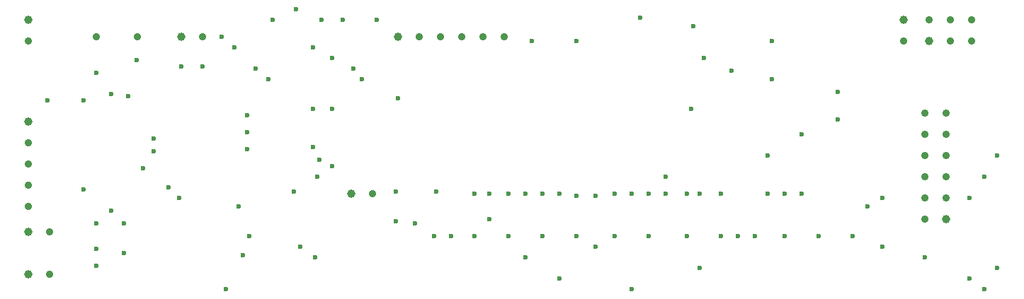
<source format=gbr>
G04 Generated by Ultiboard 11.0 *
%FSLAX25Y25*%
%MOIN*%

%ADD10C,0.02362*%
%ADD11C,0.03500*%
%ADD12C,0.03917*%


G04 ColorRGB 000000 for the following layer *
%LNDrill-Copper Top-Copper Bottom*%
%LPD*%
%FSLAX25Y25*%
%MOIN*%
G54D10*
X250000Y28000D03*
X250000Y48000D03*
X62000Y60000D03*
X34000Y50000D03*
X40000Y34000D03*
X53000Y34000D03*
X40000Y14000D03*
X40000Y22000D03*
X53000Y20000D03*
X47000Y40000D03*
X34000Y92000D03*
X17000Y92000D03*
X47000Y95000D03*
X55000Y94000D03*
X40000Y105000D03*
X59000Y111000D03*
X79000Y46000D03*
X74000Y51000D03*
X112000Y28000D03*
X109000Y19000D03*
X101000Y3000D03*
X107000Y42000D03*
X67000Y74000D03*
X67000Y68000D03*
X80000Y108000D03*
X90000Y108000D03*
X111000Y85000D03*
X111000Y77000D03*
X111000Y69000D03*
X99000Y122000D03*
X105000Y117000D03*
X115000Y107000D03*
X121000Y102000D03*
X123000Y130000D03*
X190000Y34000D03*
X151000Y61000D03*
X145000Y64000D03*
X143000Y18000D03*
X136000Y23000D03*
X144000Y56000D03*
X133000Y49000D03*
X181000Y49000D03*
X181000Y35000D03*
X142000Y70000D03*
X142000Y88000D03*
X151000Y88000D03*
X142000Y117000D03*
X151000Y112000D03*
X182000Y93000D03*
X161000Y107000D03*
X165000Y102000D03*
X218000Y28000D03*
X218000Y48000D03*
X207000Y28000D03*
X199000Y28000D03*
X200000Y49000D03*
X234000Y28000D03*
X242000Y18000D03*
X234000Y48000D03*
X225000Y48000D03*
X225000Y36000D03*
X242000Y48000D03*
X245000Y120000D03*
X156000Y130000D03*
X134000Y135000D03*
X146000Y130000D03*
X172000Y130000D03*
X380000Y28000D03*
X321000Y127000D03*
X284000Y28000D03*
X284000Y48000D03*
X266000Y28000D03*
X258000Y8000D03*
X275000Y23000D03*
X266000Y47000D03*
X258000Y48000D03*
X275000Y47000D03*
X300000Y28000D03*
X292000Y3000D03*
X300000Y48000D03*
X292000Y48000D03*
X308000Y48000D03*
X308000Y56000D03*
X266000Y120000D03*
X324000Y13000D03*
X318000Y28000D03*
X342000Y28000D03*
X334000Y28000D03*
X318000Y48000D03*
X324000Y48000D03*
X334000Y48000D03*
X364000Y28000D03*
X350000Y28000D03*
X364000Y48000D03*
X356000Y48000D03*
X372000Y48000D03*
X320000Y88000D03*
X326000Y112000D03*
X339000Y106000D03*
X356000Y66000D03*
X372000Y76000D03*
X358000Y102000D03*
X358000Y120000D03*
X296000Y131000D03*
X410000Y46000D03*
X410000Y23000D03*
X396000Y28000D03*
X403000Y42000D03*
X430000Y18000D03*
X389000Y96000D03*
X389000Y83000D03*
X458000Y3000D03*
X451000Y8000D03*
X464000Y13000D03*
X458000Y56000D03*
X451000Y46000D03*
X464000Y66000D03*
G54D11*
X8000Y120000D03*
X40000Y122000D03*
X59167Y122000D03*
X90000Y122000D03*
X8000Y62000D03*
X8000Y42000D03*
X8000Y52000D03*
X8000Y72000D03*
X18000Y30000D03*
X18000Y10000D03*
X192000Y122000D03*
X222000Y122000D03*
X202000Y122000D03*
X212000Y122000D03*
X232000Y122000D03*
X170000Y48000D03*
X442000Y130000D03*
X432000Y130000D03*
X452000Y130000D03*
X442000Y120000D03*
X452000Y120000D03*
X420000Y120000D03*
X440000Y66000D03*
X440000Y46000D03*
X440000Y56000D03*
X440000Y76000D03*
X440000Y86000D03*
X430000Y66000D03*
X430000Y46000D03*
X430000Y36000D03*
X430000Y56000D03*
X430000Y76000D03*
X430000Y86000D03*
G54D12*
X8000Y130000D03*
X80000Y122000D03*
X8000Y82000D03*
X8000Y30000D03*
X8000Y10000D03*
X182000Y122000D03*
X160000Y48000D03*
X432000Y120000D03*
X420000Y130000D03*
X440000Y36000D03*

M00*

</source>
